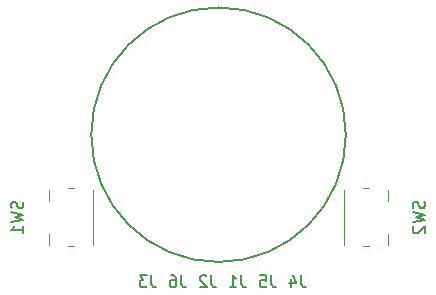
<source format=gbo>
G04 #@! TF.GenerationSoftware,KiCad,Pcbnew,5.0.1*
G04 #@! TF.CreationDate,2019-02-14T21:06:13+01:00*
G04 #@! TF.ProjectId,AnalogWatch,416E616C6F6757617463682E6B696361,rev?*
G04 #@! TF.SameCoordinates,Original*
G04 #@! TF.FileFunction,Legend,Bot*
G04 #@! TF.FilePolarity,Positive*
%FSLAX46Y46*%
G04 Gerber Fmt 4.6, Leading zero omitted, Abs format (unit mm)*
G04 Created by KiCad (PCBNEW 5.0.1) date Do 14 Feb 2019 21:06:13 CET*
%MOMM*%
%LPD*%
G01*
G04 APERTURE LIST*
%ADD10C,0.150000*%
%ADD11C,0.120000*%
G04 APERTURE END LIST*
D10*
G04 #@! TO.C,BT1*
X110776307Y-95500000D02*
G75*
G03X110776307Y-95500000I-10776307J0D01*
G01*
D11*
G04 #@! TO.C,SW1*
X85650000Y-101075000D02*
X85650000Y-100150000D01*
X87775000Y-104950000D02*
X87225000Y-104950000D01*
X87775000Y-100050000D02*
X87225000Y-100050000D01*
X89350000Y-104850000D02*
X89350000Y-100150000D01*
X85650000Y-104850000D02*
X85650000Y-103925000D01*
G04 #@! TO.C,SW2*
X114350000Y-103925000D02*
X114350000Y-104850000D01*
X112225000Y-100050000D02*
X112775000Y-100050000D01*
X112225000Y-104950000D02*
X112775000Y-104950000D01*
X110650000Y-100150000D02*
X110650000Y-104850000D01*
X114350000Y-100150000D02*
X114350000Y-101075000D01*
G04 #@! TO.C,J1*
D10*
X101933333Y-107402380D02*
X101933333Y-108116666D01*
X101980952Y-108259523D01*
X102076190Y-108354761D01*
X102219047Y-108402380D01*
X102314285Y-108402380D01*
X100933333Y-108402380D02*
X101504761Y-108402380D01*
X101219047Y-108402380D02*
X101219047Y-107402380D01*
X101314285Y-107545238D01*
X101409523Y-107640476D01*
X101504761Y-107688095D01*
G04 #@! TO.C,J2*
X99393333Y-107402380D02*
X99393333Y-108116666D01*
X99440952Y-108259523D01*
X99536190Y-108354761D01*
X99679047Y-108402380D01*
X99774285Y-108402380D01*
X98964761Y-107497619D02*
X98917142Y-107450000D01*
X98821904Y-107402380D01*
X98583809Y-107402380D01*
X98488571Y-107450000D01*
X98440952Y-107497619D01*
X98393333Y-107592857D01*
X98393333Y-107688095D01*
X98440952Y-107830952D01*
X99012380Y-108402380D01*
X98393333Y-108402380D01*
G04 #@! TO.C,J3*
X94313333Y-107402380D02*
X94313333Y-108116666D01*
X94360952Y-108259523D01*
X94456190Y-108354761D01*
X94599047Y-108402380D01*
X94694285Y-108402380D01*
X93932380Y-107402380D02*
X93313333Y-107402380D01*
X93646666Y-107783333D01*
X93503809Y-107783333D01*
X93408571Y-107830952D01*
X93360952Y-107878571D01*
X93313333Y-107973809D01*
X93313333Y-108211904D01*
X93360952Y-108307142D01*
X93408571Y-108354761D01*
X93503809Y-108402380D01*
X93789523Y-108402380D01*
X93884761Y-108354761D01*
X93932380Y-108307142D01*
G04 #@! TO.C,J4*
X107013333Y-107402380D02*
X107013333Y-108116666D01*
X107060952Y-108259523D01*
X107156190Y-108354761D01*
X107299047Y-108402380D01*
X107394285Y-108402380D01*
X106108571Y-107735714D02*
X106108571Y-108402380D01*
X106346666Y-107354761D02*
X106584761Y-108069047D01*
X105965714Y-108069047D01*
G04 #@! TO.C,J5*
X104473333Y-107402380D02*
X104473333Y-108116666D01*
X104520952Y-108259523D01*
X104616190Y-108354761D01*
X104759047Y-108402380D01*
X104854285Y-108402380D01*
X103520952Y-107402380D02*
X103997142Y-107402380D01*
X104044761Y-107878571D01*
X103997142Y-107830952D01*
X103901904Y-107783333D01*
X103663809Y-107783333D01*
X103568571Y-107830952D01*
X103520952Y-107878571D01*
X103473333Y-107973809D01*
X103473333Y-108211904D01*
X103520952Y-108307142D01*
X103568571Y-108354761D01*
X103663809Y-108402380D01*
X103901904Y-108402380D01*
X103997142Y-108354761D01*
X104044761Y-108307142D01*
G04 #@! TO.C,J6*
X96853333Y-107402380D02*
X96853333Y-108116666D01*
X96900952Y-108259523D01*
X96996190Y-108354761D01*
X97139047Y-108402380D01*
X97234285Y-108402380D01*
X95948571Y-107402380D02*
X96139047Y-107402380D01*
X96234285Y-107450000D01*
X96281904Y-107497619D01*
X96377142Y-107640476D01*
X96424761Y-107830952D01*
X96424761Y-108211904D01*
X96377142Y-108307142D01*
X96329523Y-108354761D01*
X96234285Y-108402380D01*
X96043809Y-108402380D01*
X95948571Y-108354761D01*
X95900952Y-108307142D01*
X95853333Y-108211904D01*
X95853333Y-107973809D01*
X95900952Y-107878571D01*
X95948571Y-107830952D01*
X96043809Y-107783333D01*
X96234285Y-107783333D01*
X96329523Y-107830952D01*
X96377142Y-107878571D01*
X96424761Y-107973809D01*
G04 #@! TO.C,SW1*
X83404761Y-101166666D02*
X83452380Y-101309523D01*
X83452380Y-101547619D01*
X83404761Y-101642857D01*
X83357142Y-101690476D01*
X83261904Y-101738095D01*
X83166666Y-101738095D01*
X83071428Y-101690476D01*
X83023809Y-101642857D01*
X82976190Y-101547619D01*
X82928571Y-101357142D01*
X82880952Y-101261904D01*
X82833333Y-101214285D01*
X82738095Y-101166666D01*
X82642857Y-101166666D01*
X82547619Y-101214285D01*
X82500000Y-101261904D01*
X82452380Y-101357142D01*
X82452380Y-101595238D01*
X82500000Y-101738095D01*
X82452380Y-102071428D02*
X83452380Y-102309523D01*
X82738095Y-102500000D01*
X83452380Y-102690476D01*
X82452380Y-102928571D01*
X83452380Y-103833333D02*
X83452380Y-103261904D01*
X83452380Y-103547619D02*
X82452380Y-103547619D01*
X82595238Y-103452380D01*
X82690476Y-103357142D01*
X82738095Y-103261904D01*
G04 #@! TO.C,SW2*
X117404761Y-101166666D02*
X117452380Y-101309523D01*
X117452380Y-101547619D01*
X117404761Y-101642857D01*
X117357142Y-101690476D01*
X117261904Y-101738095D01*
X117166666Y-101738095D01*
X117071428Y-101690476D01*
X117023809Y-101642857D01*
X116976190Y-101547619D01*
X116928571Y-101357142D01*
X116880952Y-101261904D01*
X116833333Y-101214285D01*
X116738095Y-101166666D01*
X116642857Y-101166666D01*
X116547619Y-101214285D01*
X116500000Y-101261904D01*
X116452380Y-101357142D01*
X116452380Y-101595238D01*
X116500000Y-101738095D01*
X116452380Y-102071428D02*
X117452380Y-102309523D01*
X116738095Y-102500000D01*
X117452380Y-102690476D01*
X116452380Y-102928571D01*
X116547619Y-103261904D02*
X116500000Y-103309523D01*
X116452380Y-103404761D01*
X116452380Y-103642857D01*
X116500000Y-103738095D01*
X116547619Y-103785714D01*
X116642857Y-103833333D01*
X116738095Y-103833333D01*
X116880952Y-103785714D01*
X117452380Y-103214285D01*
X117452380Y-103833333D01*
G04 #@! TD*
M02*

</source>
